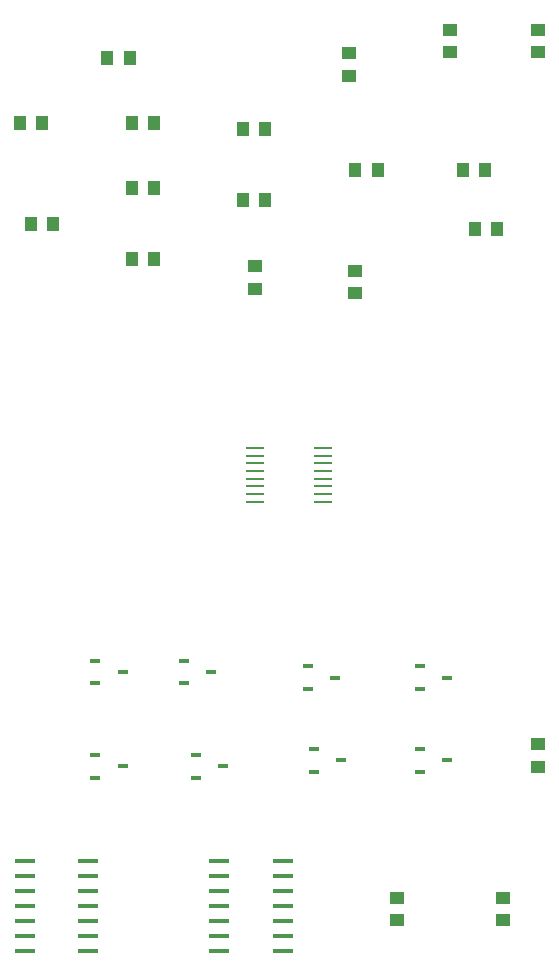
<source format=gbr>
G04 DipTrace 3.0.0.2*
G04 TopPaste.gbr*
%MOIN*%
G04 #@! TF.FileFunction,Paste,Top*
G04 #@! TF.Part,Single*
%ADD17R,0.070866X0.015748*%
%ADD34R,0.033465X0.017717*%
%ADD36R,0.043307X0.051181*%
%ADD43R,0.062992X0.007874*%
%ADD45R,0.051181X0.043307*%
%FSLAX26Y26*%
G04*
G70*
G90*
G75*
G01*
G04 TopPaste*
%LPD*%
D45*
X1633858Y2992126D3*
Y2917323D3*
X1299213Y2933071D3*
Y3007874D3*
X1948819Y3720472D3*
Y3795276D3*
X2244094Y3720472D3*
Y3795276D3*
X2125984Y826772D3*
Y901575D3*
D43*
X1299213Y2401575D3*
Y2375984D3*
Y2350394D3*
Y2324803D3*
Y2299213D3*
Y2273622D3*
Y2248031D3*
Y2222441D3*
X1527567D3*
X1527559Y2248031D3*
Y2273622D3*
Y2299213D3*
Y2324803D3*
Y2350394D3*
Y2375984D3*
Y2401575D3*
D36*
X1259843Y3464567D3*
X1334646D3*
X1259843Y3228346D3*
X1334646D3*
D45*
X1614173Y3641732D3*
Y3716535D3*
D36*
X1633858Y3326772D3*
X1708661D3*
X2106299Y3129921D3*
X2031496D3*
X2066929Y3326772D3*
X1992126D3*
X807087Y3700787D3*
X881890D3*
X964567Y3484252D3*
X889764D3*
X964567Y3267717D3*
X889764D3*
X964567Y3031496D3*
X889764D3*
X590551Y3484252D3*
X515748D3*
X627953Y3147638D3*
X553150D3*
D45*
X1771654Y826772D3*
Y901575D3*
X2244094Y1338583D3*
Y1413386D3*
D34*
X767717Y1377953D3*
Y1303150D3*
X858268Y1340551D3*
X767717Y1692913D3*
Y1618110D3*
X858268Y1655512D3*
X1102362Y1377953D3*
Y1303150D3*
X1192913Y1340551D3*
X1062992Y1692913D3*
Y1618110D3*
X1153543Y1655512D3*
X1476378Y1673228D3*
Y1598425D3*
X1566929Y1635827D3*
X1850394Y1673228D3*
Y1598425D3*
X1940945Y1635827D3*
X1850394Y1397638D3*
Y1322835D3*
X1940945Y1360236D3*
X1496063Y1397638D3*
Y1322835D3*
X1586614Y1360236D3*
D17*
X531496Y1023622D3*
Y973622D3*
Y923622D3*
Y873622D3*
Y823622D3*
Y773622D3*
Y723622D3*
X744094D3*
Y773622D3*
Y823622D3*
Y873622D3*
Y923622D3*
Y973622D3*
Y1023622D3*
X1181102D3*
Y973622D3*
Y923622D3*
Y873622D3*
Y823622D3*
Y773622D3*
Y723622D3*
X1393701D3*
Y773622D3*
Y823622D3*
Y873622D3*
Y923622D3*
Y973622D3*
Y1023622D3*
M02*

</source>
